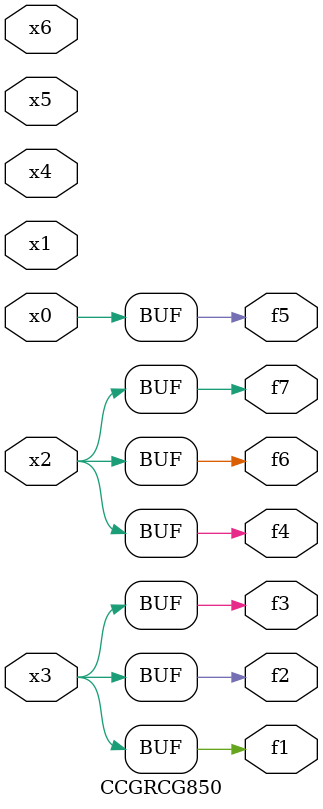
<source format=v>
module CCGRCG850(
	input x0, x1, x2, x3, x4, x5, x6,
	output f1, f2, f3, f4, f5, f6, f7
);
	assign f1 = x3;
	assign f2 = x3;
	assign f3 = x3;
	assign f4 = x2;
	assign f5 = x0;
	assign f6 = x2;
	assign f7 = x2;
endmodule

</source>
